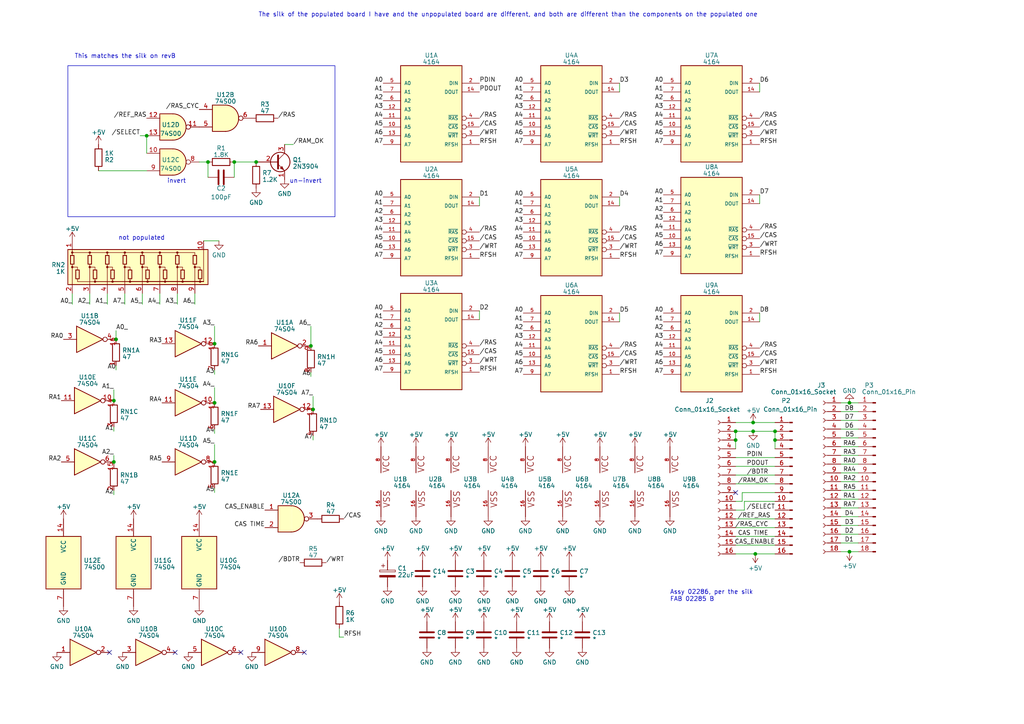
<source format=kicad_sch>
(kicad_sch (version 20230121) (generator eeschema)
  (paper "A4")
  (junction (at 224.79 125.095))
  (junction (at 33.655 98.425))
  (junction (at 62.23 116.84))
  (junction (at 90.805 118.745))
  (junction (at 62.23 99.695))
  (junction (at 74.295 46.99))
  (junction (at 42.545 39.37))
  (junction (at 33.02 133.985))
  (junction (at 218.44 125.095))
  (junction (at 213.36 127.635))
  (junction (at 62.23 133.985))
  (junction (at 219.075 160.655))
  (junction (at 60.325 46.99))
  (junction (at 213.36 125.095))
  (junction (at 246.38 116.84))
  (junction (at 246.38 160.02))
  (junction (at 67.945 46.99))
  (junction (at 90.17 100.33))
  (junction (at 218.44 122.555))
  (junction (at 33.02 116.205))
  (junction (at 224.79 127.635))
  (no_connect (at 31.75 189.23))
  (no_connect (at 213.36 142.875))
  (no_connect (at 69.85 189.23))
  (no_connect (at 88.265 189.23))
  (no_connect (at 50.8 189.23))
  (wire (pts (xy 215.9 147.955) (xy 215.9 145.415)))
  (wire (pts (xy 243.84 119.38) (xy 248.92 119.38)))
  (wire (pts (xy 62.23 94.615) (xy 62.23 99.695)))
  (wire (pts (xy 33.02 142.24) (xy 33.02 143.51)))
  (wire (pts (xy 218.44 122.555) (xy 224.79 122.555)))
  (wire (pts (xy 213.36 137.795) (xy 224.79 137.795)))
  (wire (pts (xy 179.705 24.13) (xy 179.705 26.67)))
  (wire (pts (xy 99.695 184.785) (xy 98.425 184.785)))
  (wire (pts (xy 28.575 49.53) (xy 42.545 49.53)))
  (wire (pts (xy 243.84 121.92) (xy 248.92 121.92)))
  (wire (pts (xy 243.84 147.32) (xy 248.92 147.32)))
  (wire (pts (xy 213.36 155.575) (xy 224.79 155.575)))
  (wire (pts (xy 213.36 125.095) (xy 218.44 125.095)))
  (wire (pts (xy 213.36 150.495) (xy 224.79 150.495)))
  (wire (pts (xy 90.805 114.935) (xy 90.805 118.745)))
  (wire (pts (xy 179.705 90.805) (xy 179.705 93.345)))
  (wire (pts (xy 59.055 69.85) (xy 63.5 69.85)))
  (wire (pts (xy 74.295 46.99) (xy 74.93 46.99)))
  (wire (pts (xy 243.84 144.78) (xy 248.92 144.78)))
  (wire (pts (xy 62.23 107.315) (xy 62.23 108.585)))
  (wire (pts (xy 246.38 160.02) (xy 248.92 160.02)))
  (wire (pts (xy 40.64 39.37) (xy 42.545 39.37)))
  (wire (pts (xy 41.275 88.265) (xy 41.275 85.09)))
  (wire (pts (xy 213.36 132.715) (xy 224.79 132.715)))
  (wire (pts (xy 56.515 88.265) (xy 56.515 85.09)))
  (wire (pts (xy 60.325 46.99) (xy 60.325 51.435)))
  (wire (pts (xy 213.36 140.335) (xy 224.79 140.335)))
  (wire (pts (xy 243.84 152.4) (xy 248.92 152.4)))
  (wire (pts (xy 82.55 41.91) (xy 85.09 41.91)))
  (wire (pts (xy 220.345 90.805) (xy 220.345 93.345)))
  (wire (pts (xy 246.38 116.84) (xy 248.92 116.84)))
  (wire (pts (xy 213.36 122.555) (xy 218.44 122.555)))
  (wire (pts (xy 33.02 133.985) (xy 33.02 134.62)))
  (wire (pts (xy 213.36 145.415) (xy 215.265 145.415)))
  (wire (pts (xy 243.84 157.48) (xy 248.92 157.48)))
  (wire (pts (xy 26.035 85.09) (xy 26.035 88.265)))
  (wire (pts (xy 139.065 90.17) (xy 139.065 92.71)))
  (wire (pts (xy 33.655 106.045) (xy 33.655 107.315)))
  (wire (pts (xy 60.325 46.99) (xy 57.785 46.99)))
  (wire (pts (xy 224.79 127.635) (xy 224.79 130.175)))
  (wire (pts (xy 67.945 46.99) (xy 67.945 51.435)))
  (wire (pts (xy 62.23 128.905) (xy 62.23 133.985)))
  (wire (pts (xy 243.84 134.62) (xy 248.92 134.62)))
  (wire (pts (xy 33.02 132.08) (xy 33.02 133.985)))
  (wire (pts (xy 213.36 125.095) (xy 213.36 127.635)))
  (wire (pts (xy 220.345 24.13) (xy 220.345 26.67)))
  (wire (pts (xy 213.36 147.955) (xy 215.9 147.955)))
  (wire (pts (xy 31.115 85.09) (xy 31.115 88.265)))
  (wire (pts (xy 42.545 39.37) (xy 42.545 44.45)))
  (wire (pts (xy 224.79 125.095) (xy 224.79 127.635)))
  (wire (pts (xy 62.23 124.46) (xy 62.23 125.73)))
  (wire (pts (xy 243.84 132.08) (xy 248.92 132.08)))
  (wire (pts (xy 243.84 160.02) (xy 246.38 160.02)))
  (wire (pts (xy 220.345 56.515) (xy 220.345 59.055)))
  (wire (pts (xy 46.355 88.265) (xy 46.355 85.09)))
  (wire (pts (xy 243.84 127) (xy 248.92 127)))
  (wire (pts (xy 215.9 145.415) (xy 224.79 145.415)))
  (wire (pts (xy 90.17 94.615) (xy 90.17 100.33)))
  (wire (pts (xy 243.84 154.94) (xy 248.92 154.94)))
  (wire (pts (xy 33.02 113.03) (xy 33.02 116.205)))
  (wire (pts (xy 36.195 88.265) (xy 36.195 85.09)))
  (wire (pts (xy 213.36 160.655) (xy 219.075 160.655)))
  (wire (pts (xy 215.265 142.875) (xy 224.79 142.875)))
  (wire (pts (xy 98.425 184.785) (xy 98.425 182.245)))
  (wire (pts (xy 243.84 137.16) (xy 248.92 137.16)))
  (wire (pts (xy 67.945 46.99) (xy 74.295 46.99)))
  (wire (pts (xy 213.36 135.255) (xy 224.79 135.255)))
  (wire (pts (xy 51.435 88.265) (xy 51.435 85.09)))
  (wire (pts (xy 218.44 125.095) (xy 224.79 125.095)))
  (wire (pts (xy 213.36 127.635) (xy 213.36 130.175)))
  (wire (pts (xy 243.84 142.24) (xy 248.92 142.24)))
  (wire (pts (xy 219.075 160.655) (xy 224.79 160.655)))
  (wire (pts (xy 139.065 57.15) (xy 139.065 59.69)))
  (wire (pts (xy 213.36 158.115) (xy 224.79 158.115)))
  (wire (pts (xy 243.84 139.7) (xy 248.92 139.7)))
  (wire (pts (xy 20.955 85.09) (xy 20.955 88.265)))
  (wire (pts (xy 243.84 124.46) (xy 248.92 124.46)))
  (wire (pts (xy 213.36 153.035) (xy 224.79 153.035)))
  (wire (pts (xy 243.84 129.54) (xy 248.92 129.54)))
  (wire (pts (xy 33.655 95.885) (xy 33.655 98.425)))
  (wire (pts (xy 243.84 149.86) (xy 248.92 149.86)))
  (wire (pts (xy 33.02 123.825) (xy 33.02 125.095)))
  (wire (pts (xy 215.265 145.415) (xy 215.265 142.875)))
  (wire (pts (xy 62.23 112.395) (xy 62.23 116.84)))
  (wire (pts (xy 90.17 107.95) (xy 90.17 109.22)))
  (wire (pts (xy 62.23 141.605) (xy 62.23 142.875)))
  (wire (pts (xy 179.705 57.15) (xy 179.705 59.69)))
  (wire (pts (xy 243.84 116.84) (xy 246.38 116.84)))
  (wire (pts (xy 90.805 126.365) (xy 90.805 127.635)))
  (rectangle (start 19.685 19.05) (end 97.155 62.865))
  (text "invert" (at 53.975 53.34 0) (effects (font (size 1.27 1.27)) (justify right bottom)))
  (text "Assy 02286, per the silk\nFAB 02285 B" (at 194.31 174.625 0) (effects (font (size 1.27 1.27)) (justify left bottom)))
  (text "This matches the silk on revB" (at 21.59 17.145 0) (effects (font (size 1.27 1.27)) (justify left bottom)))
  (text "not populated" (at 34.29 69.85 0) (effects (font (size 1.27 1.27)) (justify left bottom)))
  (text "un-invert" (at 93.345 53.34 0) (effects (font (size 1.27 1.27)) (justify right bottom)))
  (text "The silk of the populated board I have and the unpopulated board are different, and both are different than the components on the populated one\n" (at 74.93 5.08 0) (effects (font (size 1.27 1.27)) (justify left bottom)))
  (label "A5" (at 192.405 69.215 180))
  (label "D7" (at 247.65 121.92 180))
  (label "D1" (at 247.65 157.48 180))
  (label "A3" (at 151.765 64.77 180))
  (label "{slash}RAS_CYC" (at 222.885 153.035 180))
  (label "A6_" (at 90.17 94.615 180))
  (label "{slash}WRT" (at 179.705 72.39 0))
  (label "D4" (at 179.705 57.15 0))
  (label "A7" (at 151.765 74.93 180))
  (label "RA7" (at 248.285 147.32 180))
  (label "{slash}WRT" (at 139.065 105.41 0))
  (label "RA5" (at 46.99 133.985 180))
  (label "A1" (at 111.125 59.69 180))
  (label "RA6" (at 248.285 129.54 180))
  (label "{slash}RAS" (at 179.705 67.31 0))
  (label "A7_" (at 36.195 88.265 180))
  (label "A6" (at 151.765 106.045 180))
  (label "A6_" (at 56.515 88.265 180))
  (label "A2" (at 111.125 95.25 180))
  (label "PDIN" (at 139.065 24.13 0))
  (label "A4" (at 62.23 125.73 180))
  (label "{slash}WRT" (at 94.615 163.195 0))
  (label "{slash}CAS" (at 139.065 36.83 0))
  (label "A6" (at 151.765 39.37 180))
  (label "A6" (at 192.405 71.755 180))
  (label "A7" (at 151.765 108.585 180))
  (label "A0_" (at 33.655 95.885 0))
  (label "A4_" (at 62.23 112.395 180))
  (label "A6" (at 192.405 39.37 180))
  (label "A3" (at 62.23 108.585 180))
  (label "A1" (at 111.125 92.71 180))
  (label "CAS TIME" (at 222.885 155.575 180))
  (label "A0" (at 33.655 107.315 180))
  (label "A6" (at 90.17 109.22 180))
  (label "CAS_ENABLE" (at 76.835 147.955 180))
  (label "{slash}WRT" (at 220.345 71.755 0))
  (label "A4" (at 192.405 100.965 180))
  (label "RA3" (at 46.99 99.695 180))
  (label "A5" (at 151.765 103.505 180))
  (label "D8" (at 247.65 119.38 180))
  (label "RFSH" (at 139.065 41.91 0))
  (label "{slash}RAS" (at 139.065 34.29 0))
  (label "CAS_ENABLE" (at 224.79 158.115 180))
  (label "A6" (at 151.765 72.39 180))
  (label "RA0" (at 18.415 98.425 180))
  (label "A1" (at 192.405 59.055 180))
  (label "A3" (at 192.405 31.75 180))
  (label "A2" (at 111.125 29.21 180))
  (label "A4_" (at 46.355 88.265 180))
  (label "D6" (at 247.65 124.46 180))
  (label "A4" (at 151.765 100.965 180))
  (label "A4" (at 111.125 67.31 180))
  (label "{slash}WRT" (at 220.345 106.045 0))
  (label "A2_" (at 33.02 132.08 180))
  (label "{slash}WRT" (at 179.705 106.045 0))
  (label "D3" (at 247.65 152.4 180))
  (label "{slash}SELECT" (at 40.64 39.37 180))
  (label "RA2" (at 17.78 133.985 180))
  (label "A4" (at 192.405 34.29 180))
  (label "RFSH" (at 139.065 74.93 0))
  (label "RA1" (at 17.78 116.205 180))
  (label "{slash}REF_RAS" (at 223.52 150.495 180))
  (label "RFSH" (at 220.345 74.295 0))
  (label "{slash}WRT" (at 220.345 39.37 0))
  (label "{slash}RAS" (at 179.705 100.965 0))
  (label "{slash}RAS" (at 139.065 100.33 0))
  (label "A7" (at 192.405 108.585 180))
  (label "A1" (at 151.765 26.67 180))
  (label "RFSH" (at 179.705 74.93 0))
  (label "D5" (at 179.705 90.805 0))
  (label "A7_" (at 90.805 114.935 180))
  (label "RA1" (at 248.285 144.78 180))
  (label "A0" (at 151.765 57.15 180))
  (label "A3" (at 111.125 97.79 180))
  (label "D1" (at 139.065 57.15 0))
  (label "A5_" (at 41.275 88.265 180))
  (label "A0" (at 111.125 57.15 180))
  (label "A6" (at 111.125 39.37 180))
  (label "A1" (at 192.405 26.67 180))
  (label "A1" (at 33.02 125.095 180))
  (label "A4" (at 192.405 66.675 180))
  (label "{slash}WRT" (at 139.065 39.37 0))
  (label "{slash}RAS" (at 220.345 34.29 0))
  (label "A2" (at 151.765 62.23 180))
  (label "A6" (at 192.405 106.045 180))
  (label "CAS TIME" (at 76.835 153.035 180))
  (label "A3_" (at 51.435 88.265 180))
  (label "{slash}RAM_OK" (at 213.995 140.335 0))
  (label "A4" (at 111.125 100.33 180))
  (label "D2" (at 247.65 154.94 180))
  (label "RFSH" (at 179.705 41.91 0))
  (label "A5" (at 111.125 69.85 180))
  (label "{slash}CAS" (at 220.345 103.505 0))
  (label "{slash}CAS" (at 139.065 69.85 0))
  (label "A0" (at 111.125 24.13 180))
  (label "{slash}RAS" (at 179.705 34.29 0))
  (label "A5" (at 111.125 102.87 180))
  (label "A3_" (at 62.23 94.615 180))
  (label "RA4" (at 46.99 116.84 180))
  (label "A2" (at 111.125 62.23 180))
  (label "A2" (at 33.02 143.51 180))
  (label "{slash}BDTR" (at 86.995 163.195 180))
  (label "{slash}RAS_CYC" (at 57.785 31.75 180))
  (label "A1_" (at 33.02 113.03 180))
  (label "A2" (at 192.405 29.21 180))
  (label "A0" (at 151.765 90.805 180))
  (label "A4" (at 151.765 67.31 180))
  (label "{slash}WRT" (at 179.705 39.37 0))
  (label "{slash}SELECT" (at 224.79 147.955 180))
  (label "A5" (at 192.405 103.505 180))
  (label "RA5" (at 248.285 142.24 180))
  (label "A3" (at 151.765 98.425 180))
  (label "A3" (at 192.405 98.425 180))
  (label "A7" (at 111.125 107.95 180))
  (label "A2" (at 192.405 95.885 180))
  (label "A2" (at 192.405 61.595 180))
  (label "A6" (at 111.125 105.41 180))
  (label "{slash}REF_RAS" (at 42.545 34.29 180))
  (label "A3" (at 111.125 31.75 180))
  (label "{slash}CAS" (at 139.065 102.87 0))
  (label "A0" (at 151.765 24.13 180))
  (label "A1" (at 111.125 26.67 180))
  (label "{slash}RAS" (at 220.345 100.965 0))
  (label "{slash}RAS" (at 139.065 67.31 0))
  (label "A6" (at 111.125 72.39 180))
  (label "D4" (at 247.65 149.86 180))
  (label "RFSH" (at 99.695 184.785 0))
  (label "RA4" (at 248.285 137.16 180))
  (label "A2" (at 151.765 29.21 180))
  (label "A2" (at 151.765 95.885 180))
  (label "A1" (at 151.765 59.69 180))
  (label "{slash}RAM_OK" (at 85.09 41.91 0))
  (label "RA2" (at 248.285 139.7 180))
  (label "A1" (at 192.405 93.345 180))
  (label "{slash}CAS" (at 179.705 103.505 0))
  (label "A0" (at 192.405 90.805 180))
  (label "RFSH" (at 139.065 107.95 0))
  (label "{slash}CAS" (at 179.705 36.83 0))
  (label "RA6" (at 74.93 100.33 180))
  (label "{slash}CAS" (at 220.345 36.83 0))
  (label "A7" (at 111.125 41.91 180))
  (label "RA0" (at 248.285 134.62 180))
  (label "A5" (at 62.23 142.875 180))
  (label "A5" (at 151.765 69.85 180))
  (label "A3" (at 192.405 64.135 180))
  (label "A7" (at 192.405 74.295 180))
  (label "A0" (at 192.405 24.13 180))
  (label "A1" (at 151.765 93.345 180))
  (label "{slash}BDTR" (at 222.885 137.795 180))
  (label "RFSH" (at 220.345 41.91 0))
  (label "D2" (at 139.065 90.17 0))
  (label "A7" (at 151.765 41.91 180))
  (label "{slash}RAS" (at 80.645 34.29 0))
  (label "A2_" (at 26.035 88.265 180))
  (label "{slash}RAS" (at 220.345 66.675 0))
  (label "A3" (at 111.125 64.77 180))
  (label "A3" (at 151.765 31.75 180))
  (label "RFSH" (at 179.705 108.585 0))
  (label "D3" (at 179.705 24.13 0))
  (label "A5" (at 151.765 36.83 180))
  (label "A5" (at 111.125 36.83 180))
  (label "A4" (at 111.125 34.29 180))
  (label "A0_" (at 20.955 88.265 180))
  (label "A7" (at 90.805 127.635 180))
  (label "A5" (at 192.405 36.83 180))
  (label "A0" (at 111.125 90.17 180))
  (label "A0" (at 192.405 56.515 180))
  (label "RA7" (at 75.565 118.745 180))
  (label "D8" (at 220.345 90.805 0))
  (label "A7" (at 192.405 41.91 180))
  (label "{slash}CAS" (at 99.695 150.495 0))
  (label "PDOUT" (at 216.535 135.255 0))
  (label "{slash}CAS" (at 179.705 69.85 0))
  (label "D6" (at 220.345 24.13 0))
  (label "PDIN" (at 216.535 132.715 0))
  (label "RFSH" (at 220.345 108.585 0))
  (label "{slash}CAS" (at 220.345 69.215 0))
  (label "D5" (at 245.11 127 0))
  (label "RA3" (at 248.285 132.08 180))
  (label "A5_" (at 62.23 128.905 180))
  (label "D7" (at 220.345 56.515 0))
  (label "A1_" (at 31.115 88.265 180))
  (label "A7" (at 111.125 74.93 180))
  (label "A4" (at 151.765 34.29 180))
  (label "{slash}WRT" (at 139.065 72.39 0))
  (label "PDOUT" (at 139.065 26.67 0))
  (symbol (lib_id "Evan's parts:4164") (at 205.105 66.675 0) (unit 1)
    (property "Reference" "U8" (at 206.375 48.4251 0))
    (property "Value" "4164" (at 206.375 50.3461 0))
    (property "Footprint" "Package_DIP:DIP-16_W7.62mm" (effects hide))
  )
  (symbol (lib_id "Device:C") (at 156.845 166.37 0) (unit 1)
    (property "Reference" "C6" (at 159.766 165.7263 0) (effects (justify left)))
    (property "Value" "*" (at 159.766 167.6473 0) (effects (justify left)))
    (property "Footprint" "Evan's parts:northstar decoupling cap" (effects hide))
  )
  (symbol (lib_id "power:GND") (at 168.91 187.96 0) (unit 1)
    (property "Reference" "#PWR029" (effects hide))
    (property "Value" "GND" (at 168.91 192.0955 0))
  )
  (symbol (lib_id "power:GND") (at 130.81 149.86 0) (unit 1)
    (property "Reference" "#PWR055" (effects hide))
    (property "Value" "GND" (at 130.81 153.9955 0))
  )
  (symbol (lib_id "Connector:Conn_01x18_Socket") (at 238.76 137.16 0) (mirror y) (unit 1)
    (property "Reference" "J3" (at 239.395 111.76 0) (effects (justify left)))
    (property "Value" "Conn_01x16_Socket" (at 242.57 113.665 0) (effects (justify left)))
    (property "Footprint" "Connector_PinSocket_2.54mm:PinSocket_1x18_P2.54mm_Vertical" (effects hide))
  )
  (symbol (lib_id "Device:R") (at 74.295 50.8 180) (unit 1)
    (property "Reference" "R7" (at 76.073 50.1563 0) (effects (justify right)))
    (property "Value" "1.2K" (at 76.073 52.0773 0) (effects (justify right)))
    (property "Footprint" "Evan's parts:northstar resistor" (effects hide))
  )
  (symbol (lib_id "Evan's parts:4164") (at 163.195 139.7 0) (unit 2)
    (property "Reference" "U6" (at 166.7988 138.9716 0) (effects (justify left)))
    (property "Value" "4164" (at 166.7988 140.8926 0) (effects (justify left)))
    (property "Footprint" "Package_DIP:DIP-16_W7.62mm" (effects hide))
  )
  (symbol (lib_id "power:+5V") (at 120.65 129.54 0) (unit 1)
    (property "Reference" "#PWR045" (effects hide))
    (property "Value" "+5V" (at 120.65 126.0381 0))
  )
  (symbol (lib_id "Device:R") (at 95.885 150.495 90) (unit 1)
    (property "Reference" "R4" (at 95.885 146.4691 90))
    (property "Value" "47" (at 95.885 148.3901 90))
    (property "Footprint" "Evan's parts:northstar resistor" (effects hide))
  )
  (symbol (lib_id "power:GND") (at 148.59 170.18 0) (unit 1)
    (property "Reference" "#PWR013" (effects hide))
    (property "Value" "GND" (at 148.59 174.3155 0))
  )
  (symbol (lib_id "power:GND") (at 159.385 187.96 0) (unit 1)
    (property "Reference" "#PWR027" (effects hide))
    (property "Value" "GND" (at 159.385 192.0955 0))
  )
  (symbol (lib_id "74xx:74LS04") (at 43.18 189.23 0) (unit 2)
    (property "Reference" "U10" (at 43.18 182.4101 0))
    (property "Value" "74S04" (at 43.18 184.3311 0))
    (property "Footprint" "Package_DIP:DIP-14_W7.62mm" (effects hide))
    (property "Datasheet" "http://www.ti.com/lit/gpn/sn74LS04" (effects hide))
  )
  (symbol (lib_id "Evan's parts:4164") (at 141.605 139.7 0) (unit 2)
    (property "Reference" "U4" (at 145.2088 138.9716 0) (effects (justify left)))
    (property "Value" "4164" (at 145.2088 140.8926 0) (effects (justify left)))
    (property "Footprint" "Package_DIP:DIP-16_W7.62mm" (effects hide))
  )
  (symbol (lib_id "power:+5V") (at 152.4 129.54 0) (unit 1)
    (property "Reference" "#PWR048" (effects hide))
    (property "Value" "+5V" (at 152.4 126.0381 0))
  )
  (symbol (lib_id "power:GND") (at 152.4 149.86 0) (unit 1)
    (property "Reference" "#PWR057" (effects hide))
    (property "Value" "GND" (at 152.4 153.9955 0))
  )
  (symbol (lib_id "74xx:74LS04") (at 83.185 118.745 0) (unit 6)
    (property "Reference" "U10" (at 83.185 111.9251 0))
    (property "Value" "74S04" (at 83.185 113.8461 0))
    (property "Footprint" "Package_DIP:DIP-14_W7.62mm" (effects hide))
    (property "Datasheet" "http://www.ti.com/lit/gpn/sn74LS04" (effects hide))
  )
  (symbol (lib_id "Evan's parts:4164") (at 164.465 100.965 0) (unit 1)
    (property "Reference" "U6" (at 165.735 82.7151 0))
    (property "Value" "4164" (at 165.735 84.6361 0))
    (property "Footprint" "Package_DIP:DIP-16_W7.62mm" (effects hide))
  )
  (symbol (lib_id "power:+5V") (at 149.86 180.34 0) (unit 1)
    (property "Reference" "#PWR024" (effects hide))
    (property "Value" "+5V" (at 149.86 176.8381 0))
  )
  (symbol (lib_id "Evan's parts:4164") (at 164.465 34.29 0) (unit 1)
    (property "Reference" "U4" (at 165.735 16.0401 0))
    (property "Value" "4164" (at 165.735 17.9611 0))
    (property "Footprint" "Package_DIP:DIP-16_W7.62mm" (effects hide))
  )
  (symbol (lib_id "Device:R") (at 76.835 34.29 90) (unit 1)
    (property "Reference" "R3" (at 76.835 30.2641 90))
    (property "Value" "47" (at 76.835 32.1851 90))
    (property "Footprint" "Evan's parts:northstar resistor" (effects hide))
  )
  (symbol (lib_id "Device:R_Network_Dividers_x08_SIP") (at 41.275 77.47 0) (unit 1)
    (property "Reference" "RN2" (at 18.923 76.8263 0) (effects (justify right)))
    (property "Value" "1K" (at 18.923 78.7473 0) (effects (justify right)))
    (property "Footprint" "Resistor_THT:R_Array_SIP10" (effects hide))
    (property "Datasheet" "http://www.vishay.com/docs/31509/csc.pdf" (effects hide))
  )
  (symbol (lib_id "Device:R_Pack08_Split") (at 33.02 138.43 0) (unit 2)
    (property "Reference" "RN1" (at 34.798 137.7863 0) (effects (justify left)))
    (property "Value" "47" (at 34.798 139.7073 0) (effects (justify left)))
    (property "Footprint" "Package_DIP:DIP-16_W7.62mm" (effects hide))
  )
  (symbol (lib_id "power:+5V") (at 140.335 162.56 0) (unit 1)
    (property "Reference" "#PWR010" (effects hide))
    (property "Value" "+5V" (at 140.335 159.0581 0))
  )
  (symbol (lib_id "power:GND") (at 184.15 149.86 0) (unit 1)
    (property "Reference" "#PWR060" (effects hide))
    (property "Value" "GND" (at 184.15 153.9955 0))
  )
  (symbol (lib_id "power:GND") (at 156.845 170.18 0) (unit 1)
    (property "Reference" "#PWR015" (effects hide))
    (property "Value" "GND" (at 156.845 174.3155 0))
  )
  (symbol (lib_id "Device:C") (at 140.335 166.37 0) (unit 1)
    (property "Reference" "C4" (at 143.256 165.7263 0) (effects (justify left)))
    (property "Value" "*" (at 143.256 167.6473 0) (effects (justify left)))
    (property "Footprint" "Evan's parts:northstar decoupling cap" (effects hide))
  )
  (symbol (lib_id "Device:R_Pack08_Split") (at 33.02 120.015 0) (unit 3)
    (property "Reference" "RN1" (at 34.798 119.3713 0) (effects (justify left)))
    (property "Value" "47" (at 34.798 121.2923 0) (effects (justify left)))
    (property "Footprint" "Package_DIP:DIP-16_W7.62mm" (effects hide))
  )
  (symbol (lib_id "74xx:74LS04") (at 62.23 189.23 0) (unit 3)
    (property "Reference" "U10" (at 62.23 182.4101 0))
    (property "Value" "74S04" (at 62.23 184.3311 0))
    (property "Footprint" "Package_DIP:DIP-14_W7.62mm" (effects hide))
    (property "Datasheet" "http://www.ti.com/lit/gpn/sn74LS04" (effects hide))
  )
  (symbol (lib_id "power:GND") (at 57.785 175.895 0) (unit 1)
    (property "Reference" "#PWR035" (effects hide))
    (property "Value" "GND" (at 57.785 180.0305 0))
  )
  (symbol (lib_id "Evan's parts:4164") (at 205.105 34.29 0) (unit 1)
    (property "Reference" "U7" (at 206.375 16.0401 0))
    (property "Value" "4164" (at 206.375 17.9611 0))
    (property "Footprint" "Package_DIP:DIP-16_W7.62mm" (effects hide))
  )
  (symbol (lib_id "74xx:74LS00") (at 18.415 163.195 0) (unit 5)
    (property "Reference" "U12" (at 24.257 162.5513 0) (effects (justify left)))
    (property "Value" "74S00" (at 24.257 164.4723 0) (effects (justify left)))
    (property "Footprint" "Package_DIP:DIP-14_W7.62mm" (effects hide))
    (property "Datasheet" "http://www.ti.com/lit/gpn/sn74ls00" (effects hide))
  )
  (symbol (lib_id "Evan's parts:4164") (at 123.825 67.31 0) (unit 1)
    (property "Reference" "U2" (at 125.095 49.0601 0))
    (property "Value" "4164" (at 125.095 50.9811 0))
    (property "Footprint" "Package_DIP:DIP-16_W7.62mm" (effects hide))
  )
  (symbol (lib_id "power:GND") (at 173.99 149.86 0) (unit 1)
    (property "Reference" "#PWR059" (effects hide))
    (property "Value" "GND" (at 173.99 153.9955 0))
  )
  (symbol (lib_id "74xx:74LS00") (at 50.165 46.99 0) (mirror x) (unit 3)
    (property "Reference" "U12" (at 49.53 46.355 0))
    (property "Value" "74S00" (at 49.53 48.895 0))
    (property "Footprint" "Package_DIP:DIP-14_W7.62mm" (effects hide))
    (property "Datasheet" "http://www.ti.com/lit/gpn/sn74ls00" (effects hide))
  )
  (symbol (lib_id "Device:C") (at 148.59 166.37 0) (unit 1)
    (property "Reference" "C5" (at 151.511 165.7263 0) (effects (justify left)))
    (property "Value" "*" (at 151.511 167.6473 0) (effects (justify left)))
    (property "Footprint" "Evan's parts:northstar decoupling cap" (effects hide))
  )
  (symbol (lib_id "Connector:Conn_01x16_Socket") (at 208.28 140.335 0) (mirror y) (unit 1)
    (property "Reference" "J2" (at 207.01 116.205 0) (effects (justify left)))
    (property "Value" "Conn_01x16_Socket" (at 214.63 118.745 0) (effects (justify left)))
    (property "Footprint" "Connector_PinSocket_2.54mm:PinSocket_1x16_P2.54mm_Vertical" (effects hide))
  )
  (symbol (lib_id "Device:C") (at 132.08 184.15 0) (unit 1)
    (property "Reference" "C9" (at 135.001 183.5063 0) (effects (justify left)))
    (property "Value" "*" (at 135.001 185.4273 0) (effects (justify left)))
    (property "Footprint" "Evan's parts:northstar decoupling cap" (effects hide))
  )
  (symbol (lib_id "power:+5V") (at 246.38 160.02 180) (unit 1)
    (property "Reference" "#PWR02" (effects hide))
    (property "Value" "+5V" (at 246.38 164.1555 0))
  )
  (symbol (lib_id "power:+5V") (at 148.59 162.56 0) (unit 1)
    (property "Reference" "#PWR012" (effects hide))
    (property "Value" "+5V" (at 148.59 159.0581 0))
  )
  (symbol (lib_id "power:GND") (at 141.605 149.86 0) (unit 1)
    (property "Reference" "#PWR056" (effects hide))
    (property "Value" "GND" (at 141.605 153.9955 0))
  )
  (symbol (lib_id "Device:C") (at 168.91 184.15 0) (unit 1)
    (property "Reference" "C13" (at 171.831 183.5063 0) (effects (justify left)))
    (property "Value" "*" (at 171.831 185.4273 0) (effects (justify left)))
    (property "Footprint" "Evan's parts:northstar decoupling cap" (effects hide))
  )
  (symbol (lib_id "74xx:74LS04") (at 57.785 163.195 0) (unit 7)
    (property "Reference" "U10" (at 63.627 162.5513 0) (effects (justify left)))
    (property "Value" "74S04" (at 63.627 164.4723 0) (effects (justify left)))
    (property "Footprint" "Package_DIP:DIP-14_W7.62mm" (effects hide))
    (property "Datasheet" "http://www.ti.com/lit/gpn/sn74LS04" (effects hide))
  )
  (symbol (lib_id "74xx:74LS04") (at 80.645 189.23 0) (unit 4)
    (property "Reference" "U10" (at 80.645 182.4101 0))
    (property "Value" "74S04" (at 80.645 184.3311 0))
    (property "Footprint" "Package_DIP:DIP-14_W7.62mm" (effects hide))
    (property "Datasheet" "http://www.ti.com/lit/gpn/sn74LS04" (effects hide))
  )
  (symbol (lib_id "74xx:74LS04") (at 54.61 133.985 0) (unit 4)
    (property "Reference" "U11" (at 54.61 127.1651 0))
    (property "Value" "74S04" (at 54.61 129.0861 0))
    (property "Footprint" "Package_DIP:DIP-14_W7.62mm" (effects hide))
    (property "Datasheet" "http://www.ti.com/lit/gpn/sn74LS04" (effects hide))
  )
  (symbol (lib_id "power:GND") (at 132.08 187.96 0) (unit 1)
    (property "Reference" "#PWR021" (effects hide))
    (property "Value" "GND" (at 132.08 192.0955 0))
  )
  (symbol (lib_id "power:GND") (at 163.195 149.86 0) (unit 1)
    (property "Reference" "#PWR058" (effects hide))
    (property "Value" "GND" (at 163.195 153.9955 0))
  )
  (symbol (lib_id "Device:C") (at 140.335 184.15 0) (unit 1)
    (property "Reference" "C10" (at 143.256 183.5063 0) (effects (justify left)))
    (property "Value" "*" (at 143.256 185.4273 0) (effects (justify left)))
    (property "Footprint" "Evan's parts:northstar decoupling cap" (effects hide))
  )
  (symbol (lib_id "Device:C") (at 165.1 166.37 0) (unit 1)
    (property "Reference" "C7" (at 168.021 165.7263 0) (effects (justify left)))
    (property "Value" "*" (at 168.021 167.6473 0) (effects (justify left)))
    (property "Footprint" "Evan's parts:northstar decoupling cap" (effects hide))
  )
  (symbol (lib_id "power:+5V") (at 132.08 180.34 0) (unit 1)
    (property "Reference" "#PWR020" (effects hide))
    (property "Value" "+5V" (at 132.08 176.8381 0))
  )
  (symbol (lib_id "power:+5V") (at 57.785 150.495 0) (unit 1)
    (property "Reference" "#PWR034" (effects hide))
    (property "Value" "+5V" (at 57.785 146.9931 0))
  )
  (symbol (lib_id "power:+5V") (at 219.075 160.655 180) (unit 1)
    (property "Reference" "#PWR03" (effects hide))
    (property "Value" "+5V" (at 219.075 164.7905 0))
  )
  (symbol (lib_id "power:+5V") (at 20.955 69.85 0) (unit 1)
    (property "Reference" "#PWR032" (effects hide))
    (property "Value" "+5V" (at 20.955 66.3481 0))
  )
  (symbol (lib_id "74xx:74LS04") (at 82.55 100.33 0) (unit 1)
    (property "Reference" "U11" (at 82.55 93.5101 0))
    (property "Value" "74S04" (at 82.55 95.4311 0))
    (property "Footprint" "Package_DIP:DIP-14_W7.62mm" (effects hide))
    (property "Datasheet" "http://www.ti.com/lit/gpn/sn74LS04" (effects hide))
  )
  (symbol (lib_id "Device:C") (at 149.86 184.15 0) (unit 1)
    (property "Reference" "C11" (at 152.781 183.5063 0) (effects (justify left)))
    (property "Value" "*" (at 152.781 185.4273 0) (effects (justify left)))
    (property "Footprint" "Evan's parts:northstar decoupling cap" (effects hide))
  )
  (symbol (lib_id "power:+5V") (at 110.49 129.54 0) (unit 1)
    (property "Reference" "#PWR044" (effects hide))
    (property "Value" "+5V" (at 110.49 126.0381 0))
  )
  (symbol (lib_id "Device:C") (at 64.135 51.435 270) (mirror x) (unit 1)
    (property "Reference" "C2" (at 64.135 54.61 90))
    (property "Value" "100pF" (at 64.135 57.15 90))
    (property "Footprint" "Evan's parts:northstar decoupling cap" (effects hide))
  )
  (symbol (lib_id "74xx:74LS04") (at 26.035 98.425 0) (unit 2)
    (property "Reference" "U11" (at 26.035 91.6051 0))
    (property "Value" "74S04" (at 26.035 93.5261 0))
    (property "Footprint" "Package_DIP:DIP-14_W7.62mm" (effects hide))
    (property "Datasheet" "http://www.ti.com/lit/gpn/sn74LS04" (effects hide))
  )
  (symbol (lib_id "74xx:74LS00") (at 50.165 36.83 0) (unit 4)
    (property "Reference" "U12" (at 49.53 36.195 0))
    (property "Value" "74S00" (at 49.53 38.735 0))
    (property "Footprint" "Package_DIP:DIP-14_W7.62mm" (effects hide))
    (property "Datasheet" "http://www.ti.com/lit/gpn/sn74ls00" (effects hide))
  )
  (symbol (lib_id "power:GND") (at 165.1 170.18 0) (unit 1)
    (property "Reference" "#PWR017" (effects hide))
    (property "Value" "GND" (at 165.1 174.3155 0))
  )
  (symbol (lib_id "power:GND") (at 74.295 54.61 0) (unit 1)
    (property "Reference" "#PWR065" (effects hide))
    (property "Value" "GND" (at 74.295 58.7455 0))
  )
  (symbol (lib_id "power:+5V") (at 218.44 122.555 0) (unit 1)
    (property "Reference" "#PWR04" (effects hide))
    (property "Value" "+5V" (at 218.44 119.0531 0))
  )
  (symbol (lib_id "power:GND") (at 140.335 170.18 0) (unit 1)
    (property "Reference" "#PWR011" (effects hide))
    (property "Value" "GND" (at 140.335 174.3155 0))
  )
  (symbol (lib_id "Evan's parts:4164") (at 130.81 139.7 0) (unit 2)
    (property "Reference" "U3" (at 134.4138 138.9716 0) (effects (justify left)))
    (property "Value" "4164" (at 134.4138 140.8926 0) (effects (justify left)))
    (property "Footprint" "Package_DIP:DIP-16_W7.62mm" (effects hide))
  )
  (symbol (lib_id "Evan's parts:4164") (at 184.15 139.7 0) (unit 2)
    (property "Reference" "U8" (at 187.7538 138.9716 0) (effects (justify left)))
    (property "Value" "4164" (at 187.7538 140.8926 0) (effects (justify left)))
    (property "Footprint" "Package_DIP:DIP-16_W7.62mm" (effects hide))
  )
  (symbol (lib_id "power:GND") (at 246.38 116.84 180) (unit 1)
    (property "Reference" "#PWR01" (effects hide))
    (property "Value" "GND" (at 246.38 113.3381 0))
  )
  (symbol (lib_id "Evan's parts:4164") (at 194.31 139.7 0) (unit 2)
    (property "Reference" "U9" (at 197.9138 138.9716 0) (effects (justify left)))
    (property "Value" "4164" (at 197.9138 140.8926 0) (effects (justify left)))
    (property "Footprint" "Package_DIP:DIP-16_W7.62mm" (effects hide))
  )
  (symbol (lib_id "Device:R_Pack08_Split") (at 90.17 104.14 0) (unit 8)
    (property "Reference" "RN1" (at 91.948 103.4963 0) (effects (justify left)))
    (property "Value" "47" (at 91.948 105.4173 0) (effects (justify left)))
    (property "Footprint" "Package_DIP:DIP-16_W7.62mm" (effects hide))
  )
  (symbol (lib_id "power:+5V") (at 140.335 180.34 0) (unit 1)
    (property "Reference" "#PWR022" (effects hide))
    (property "Value" "+5V" (at 140.335 176.8381 0))
  )
  (symbol (lib_id "power:GND") (at 112.395 170.18 0) (unit 1)
    (property "Reference" "#PWR031" (effects hide))
    (property "Value" "GND" (at 112.395 174.3155 0))
  )
  (symbol (lib_id "74xx:74LS00") (at 84.455 150.495 0) (unit 1)
    (property "Reference" "U12" (at 84.4467 143.6751 0))
    (property "Value" "74S00" (at 84.4467 145.5961 0))
    (property "Footprint" "Package_DIP:DIP-14_W7.62mm" (effects hide))
    (property "Datasheet" "http://www.ti.com/lit/gpn/sn74ls00" (effects hide))
  )
  (symbol (lib_id "power:GND") (at 120.65 149.86 0) (unit 1)
    (property "Reference" "#PWR054" (effects hide))
    (property "Value" "GND" (at 120.65 153.9955 0))
  )
  (symbol (lib_id "Device:R_Pack08_Split") (at 62.23 120.65 0) (unit 6)
    (property "Reference" "RN1" (at 64.008 120.0063 0) (effects (justify left)))
    (property "Value" "47" (at 64.008 121.9273 0) (effects (justify left)))
    (property "Footprint" "Package_DIP:DIP-16_W7.62mm" (effects hide))
  )
  (symbol (lib_id "Device:R_Pack08_Split") (at 62.23 137.795 0) (unit 5)
    (property "Reference" "RN1" (at 64.008 137.1513 0) (effects (justify left)))
    (property "Value" "47" (at 64.008 139.0723 0) (effects (justify left)))
    (property "Footprint" "Package_DIP:DIP-16_W7.62mm" (effects hide))
  )
  (symbol (lib_id "74xx:74LS04") (at 24.13 189.23 0) (unit 1)
    (property "Reference" "U10" (at 24.13 182.4101 0))
    (property "Value" "74S04" (at 24.13 184.3311 0))
    (property "Footprint" "Package_DIP:DIP-14_W7.62mm" (effects hide))
    (property "Datasheet" "http://www.ti.com/lit/gpn/sn74LS04" (effects hide))
  )
  (symbol (lib_id "power:GND") (at 18.415 175.895 0) (unit 1)
    (property "Reference" "#PWR039" (effects hide))
    (property "Value" "GND" (at 18.415 180.0305 0))
  )
  (symbol (lib_id "power:+5V") (at 156.845 162.56 0) (unit 1)
    (property "Reference" "#PWR014" (effects hide))
    (property "Value" "+5V" (at 156.845 159.0581 0))
  )
  (symbol (lib_id "Connector:Conn_01x18_Pin") (at 254 137.16 0) (mirror y) (unit 1)
    (property "Reference" "P3" (at 252.095 111.76 0))
    (property "Value" "Conn_01x16_Pin" (at 257.81 113.665 0))
    (property "Footprint" "Connector_PinHeader_2.54mm:PinHeader_1x18_P2.54mm_Vertical" (effects hide))
  )
  (symbol (lib_id "power:+5V") (at 141.605 129.54 0) (unit 1)
    (property "Reference" "#PWR047" (effects hide))
    (property "Value" "+5V" (at 141.605 126.0381 0))
  )
  (symbol (lib_id "Evan's parts:4164") (at 120.65 139.7 0) (unit 2)
    (property "Reference" "U2" (at 124.2538 138.9716 0) (effects (justify left)))
    (property "Value" "4164" (at 124.2538 140.8926 0) (effects (justify left)))
    (property "Footprint" "Package_DIP:DIP-16_W7.62mm" (effects hide))
  )
  (symbol (lib_id "Device:R_Pack08_Split") (at 33.655 102.235 0) (unit 1)
    (property "Reference" "RN1" (at 35.433 101.5913 0) (effects (justify left)))
    (property "Value" "47" (at 35.433 103.5123 0) (effects (justify left)))
    (property "Footprint" "Package_DIP:DIP-16_W7.62mm" (effects hide))
  )
  (symbol (lib_id "Device:R") (at 98.425 178.435 0) (unit 1)
    (property "Reference" "R6" (at 100.203 177.7913 0) (effects (justify left)))
    (property "Value" "1K" (at 100.203 179.7123 0) (effects (justify left)))
    (property "Footprint" "Evan's parts:northstar resistor" (effects hide))
  )
  (symbol (lib_id "power:+5V") (at 194.31 129.54 0) (unit 1)
    (property "Reference" "#PWR052" (effects hide))
    (property "Value" "+5V" (at 194.31 126.0381 0))
  )
  (symbol (lib_id "Device:C") (at 159.385 184.15 0) (unit 1)
    (property "Reference" "C12" (at 162.306 183.5063 0) (effects (justify left)))
    (property "Value" "*" (at 162.306 185.4273 0) (effects (justify left)))
    (property "Footprint" "Evan's parts:northstar decoupling cap" (effects hide))
  )
  (symbol (lib_id "power:GND") (at 35.56 189.23 0) (unit 1)
    (property "Reference" "#PWR041" (effects hide))
    (property "Value" "GND" (at 35.56 193.3655 0))
  )
  (symbol (lib_id "power:+5V") (at 28.575 41.91 0) (unit 1)
    (property "Reference" "#PWR063" (effects hide))
    (property "Value" "+5V" (at 28.575 38.4081 0))
  )
  (symbol (lib_id "Device:C") (at 132.08 166.37 0) (unit 1)
    (property "Reference" "C3" (at 135.001 165.7263 0) (effects (justify left)))
    (property "Value" "*" (at 135.001 167.6473 0) (effects (justify left)))
    (property "Footprint" "Evan's parts:northstar decoupling cap" (effects hide))
  )
  (symbol (lib_id "power:+5V") (at 168.91 180.34 0) (unit 1)
    (property "Reference" "#PWR028" (effects hide))
    (property "Value" "+5V" (at 168.91 176.8381 0))
  )
  (symbol (lib_id "Device:C") (at 122.555 166.37 0) (unit 1)
    (property "Reference" "C14" (at 125.476 165.7263 0) (effects (justify left)))
    (property "Value" "*" (at 125.476 167.6473 0) (effects (justify left)))
    (property "Footprint" "Evan's parts:northstar decoupling cap" (effects hide))
  )
  (symbol (lib_id "Evan's parts:4164") (at 205.105 100.965 0) (unit 1)
    (property "Reference" "U9" (at 206.375 82.7151 0))
    (property "Value" "4164" (at 206.375 84.6361 0))
    (property "Footprint" "Package_DIP:DIP-16_W7.62mm" (effects hide))
  )
  (symbol (lib_id "power:+5V") (at 122.555 162.56 0) (unit 1)
    (property "Reference" "#PWR07" (effects hide))
    (property "Value" "+5V" (at 122.555 159.0581 0))
  )
  (symbol (lib_id "power:+5V") (at 159.385 180.34 0) (unit 1)
    (property "Reference" "#PWR026" (effects hide))
    (property "Value" "+5V" (at 159.385 176.8381 0))
  )
  (symbol (lib_id "Evan's parts:4164") (at 110.49 139.7 0) (unit 2)
    (property "Reference" "U1" (at 114.0938 138.9716 0) (effects (justify left)))
    (property "Value" "4164" (at 114.0938 140.8926 0) (effects (justify left)))
    (property "Footprint" "Package_DIP:DIP-16_W7.62mm" (effects hide))
  )
  (symbol (lib_id "74xx:74LS04") (at 54.61 99.695 0) (unit 6)
    (property "Reference" "U11" (at 54.61 92.8751 0))
    (property "Value" "74S04" (at 54.61 94.7961 0))
    (property "Footprint" "Package_DIP:DIP-14_W7.62mm" (effects hide))
    (property "Datasheet" "http://www.ti.com/lit/gpn/sn74LS04" (effects hide))
  )
  (symbol (lib_id "Transistor_BJT:2N3904") (at 80.01 46.99 0) (unit 1)
    (property "Reference" "Q1" (at 84.8614 46.3463 0) (effects (justify left)))
    (property "Value" "2N3904" (at 84.8614 48.2673 0) (effects (justify left)))
    (property "Footprint" "Evan's parts:TO-92_northstar_Wide" (effects hide))
    (property "Datasheet" "https://www.onsemi.com/pub/Collateral/2N3903-D.PDF" (effects hide))
  )
  (symbol (lib_id "74xx:74LS04") (at 38.735 163.195 0) (unit 7)
    (property "Reference" "U11" (at 44.577 162.5513 0) (effects (justify left)))
    (property "Value" "74S04" (at 44.577 164.4723 0) (effects (justify left)))
    (property "Footprint" "Package_DIP:DIP-14_W7.62mm" (effects hide))
    (property "Datasheet" "http://www.ti.com/lit/gpn/sn74LS04" (effects hide))
  )
  (symbol (lib_id "74xx:74LS04") (at 54.61 116.84 0) (unit 5)
    (property "Reference" "U11" (at 54.61 110.0201 0))
    (property "Value" "74S04" (at 54.61 111.9411 0))
    (property "Footprint" "Package_DIP:DIP-14_W7.62mm" (effects hide))
    (property "Datasheet" "http://www.ti.com/lit/gpn/sn74LS04" (effects hide))
  )
  (symbol (lib_id "power:GND") (at 73.025 189.23 0) (unit 1)
    (property "Reference" "#PWR043" (effects hide))
    (property "Value" "GND" (at 73.025 193.3655 0))
  )
  (symbol (lib_id "74xx:74LS00") (at 65.405 34.29 0) (unit 2)
    (property "Reference" "U12" (at 65.3967 27.4701 0))
    (property "Value" "74S00" (at 65.3967 29.3911 0))
    (property "Footprint" "Package_DIP:DIP-14_W7.62mm" (effects hide))
    (property "Datasheet" "http://www.ti.com/lit/gpn/sn74ls00" (effects hide))
  )
  (symbol (lib_id "Evan's parts:4164") (at 152.4 139.7 0) (unit 2)
    (property "Reference" "U5" (at 156.0038 138.9716 0) (effects (justify left)))
    (property "Value" "4164" (at 156.0038 140.8926 0) (effects (justify left)))
    (property "Footprint" "Package_DIP:DIP-16_W7.62mm" (effects hide))
  )
  (symbol (lib_id "power:+5V") (at 132.08 162.56 0) (unit 1)
    (property "Reference" "#PWR08" (effects hide))
    (property "Value" "+5V" (at 132.08 159.0581 0))
  )
  (symbol (lib_id "Device:C") (at 123.825 184.15 0) (unit 1)
    (property "Reference" "C8" (at 126.746 183.5063 0) (effects (justify left)))
    (property "Value" "*" (at 126.746 185.4273 0) (effects (justify left)))
    (property "Footprint" "Evan's parts:northstar decoupling cap" (effects hide))
  )
  (symbol (lib_id "power:+5V") (at 184.15 129.54 0) (unit 1)
    (property "Reference" "#PWR051" (effects hide))
    (property "Value" "+5V" (at 184.15 126.0381 0))
  )
  (symbol (lib_id "Device:R") (at 64.135 46.99 270) (mirror x) (unit 1)
    (property "Reference" "R1" (at 64.135 42.9641 90))
    (property "Value" "1.8K" (at 64.135 44.8851 90))
    (property "Footprint" "Evan's parts:northstar resistor" (effects hide))
  )
  (symbol (lib_id "power:+5V") (at 130.81 129.54 0) (unit 1)
    (property "Reference" "#PWR046" (effects hide))
    (property "Value" "+5V" (at 130.81 126.0381 0))
  )
  (symbol (lib_id "power:+5V") (at 112.395 162.56 0) (unit 1)
    (property "Reference" "#PWR030" (effects hide))
    (property "Value" "+5V" (at 112.395 159.0581 0))
  )
  (symbol (lib_id "power:+5V") (at 38.735 150.495 0) (unit 1)
    (property "Reference" "#PWR036" (effects hide))
    (property "Value" "+5V" (at 38.735 146.9931 0))
  )
  (symbol (lib_id "power:GND") (at 110.49 149.86 0) (unit 1)
    (property "Reference" "#PWR053" (effects hide))
    (property "Value" "GND" (at 110.49 153.9955 0))
  )
  (symbol (lib_id "power:GND") (at 38.735 175.895 0) (unit 1)
    (property "Reference" "#PWR037" (effects hide))
    (property "Value" "GND" (at 38.735 180.0305 0))
  )
  (symbol (lib_id "power:GND") (at 16.51 189.23 0) (unit 1)
    (property "Reference" "#PWR040" (effects hide))
    (property "Value" "GND" (at 16.51 193.3655 0))
  )
  (symbol (lib_id "power:+5V") (at 18.415 150.495 0) (unit 1)
    (property "Reference" "#PWR038" (effects hide))
    (property "Value" "+5V" (at 18.415 146.9931 0))
  )
  (symbol (lib_id "Device:R") (at 28.575 45.72 0) (mirror x) (unit 1)
    (property "Reference" "R2" (at 30.353 46.3637 0) (effects (justify left)))
    (property "Value" "1K" (at 30.353 44.4427 0) (effects (justify left)))
    (property "Footprint" "Evan's parts:northstar resistor" (effects hide))
  )
  (symbol (lib_id "Evan's parts:4164") (at 173.99 139.7 0) (unit 2)
    (property "Reference" "U7" (at 177.5938 138.9716 0) (effects (justify left)))
    (property "Value" "4164" (at 177.5938 140.8926 0) (effects (justify left)))
    (property "Footprint" "Package_DIP:DIP-16_W7.62mm" (effects hide))
  )
  (symbol (lib_id "power:+5V") (at 123.825 180.34 0) (unit 1)
    (property "Reference" "#PWR018" (effects hide))
    (property "Value" "+5V" (at 123.825 176.8381 0))
  )
  (symbol (lib_id "Device:C_Polarized") (at 112.395 166.37 0) (unit 1)
    (property "Reference" "C1" (at 115.316 164.8373 0) (effects (justify left)))
    (property "Value" "22uF" (at 115.316 166.7583 0) (effects (justify left)))
    (property "Footprint" "Evan's parts:noethstar tantalum" (effects hide))
  )
  (symbol (lib_id "Device:R") (at 90.805 163.195 90) (unit 1)
    (property "Reference" "R5" (at 90.805 159.1691 90))
    (property "Value" "47" (at 90.805 161.0901 90))
    (property "Footprint" "Evan's parts:northstar resistor" (effects hide))
  )
  (symbol (lib_id "power:GND") (at 140.335 187.96 0) (unit 1)
    (property "Reference" "#PWR023" (effects hide))
    (property "Value" "GND" (at 140.335 192.0955 0))
  )
  (symbol (lib_id "74xx:74LS04") (at 25.4 116.205 0) (unit 5)
    (property "Reference" "U10" (at 25.4 109.3851 0))
    (property "Value" "74S04" (at 25.4 111.3061 0))
    (property "Footprint" "Package_DIP:DIP-14_W7.62mm" (effects hide))
    (property "Datasheet" "http://www.ti.com/lit/gpn/sn74LS04" (effects hide))
  )
  (symbol (lib_id "power:GND") (at 63.5 69.85 0) (unit 1)
    (property "Reference" "#PWR033" (effects hide))
    (property "Value" "GND" (at 63.5 73.9855 0))
  )
  (symbol (lib_id "power:GND") (at 122.555 170.18 0) (unit 1)
    (property "Reference" "#PWR06" (effects hide))
    (property "Value" "GND" (at 122.555 174.3155 0))
  )
  (symbol (lib_id "power:GND") (at 218.44 125.095 0) (unit 1)
    (property "Reference" "#PWR05" (effects hide))
    (property "Value" "GND" (at 218.44 129.2305 0))
  )
  (symbol (lib_id "Connector:Conn_01x16_Pin") (at 229.87 140.335 0) (mirror y) (unit 1)
    (property "Reference" "P2" (at 227.965 116.205 0))
    (property "Value" "Conn_01x16_Pin" (at 229.235 118.745 0))
    (property "Footprint" "Connector_PinHeader_2.54mm:PinHeader_1x16_P2.54mm_Vertical" (effects hide))
  )
  (symbol (lib_id "power:GND") (at 149.86 187.96 0) (unit 1)
    (property "Reference" "#PWR025" (effects hide))
    (property "Value" "GND" (at 149.86 192.0955 0))
  )
  (symbol (lib_id "power:GND") (at 132.08 170.18 0) (unit 1)
    (property "Reference" "#PWR09" (effects hide))
    (property "Value" "GND" (at 132.08 174.3155 0))
  )
  (symbol (lib_id "power:+5V") (at 165.1 162.56 0) (unit 1)
    (property "Reference" "#PWR016" (effects hide))
    (property "Value" "+5V" (at 165.1 159.0581 0))
  )
  (symbol (lib_id "Device:R_Pack08_Split") (at 62.23 103.505 0) (unit 7)
    (property "Reference" "RN1" (at 64.008 102.8613 0) (effects (justify left)))
    (property "Value" "47" (at 64.008 104.7823 0) (effects (justify left)))
    (property "Footprint" "Package_DIP:DIP-16_W7.62mm" (effects hide))
  )
  (symbol (lib_id "power:GND") (at 194.31 149.86 0) (unit 1)
    (property "Reference" "#PWR061" (effects hide))
    (property "Value" "GND" (at 194.31 153.9955 0))
  )
  (symbol (lib_id "power:+5V") (at 163.195 129.54 0) (unit 1)
    (property "Reference" "#PWR049" (effects hide))
    (property "Value" "+5V" (at 163.195 126.0381 0))
  )
  (symbol (lib_id "74xx:74LS04") (at 25.4 133.985 0) (unit 3)
    (property "Reference" "U11" (at 25.4 127.1651 0))
    (property "Value" "74S04" (at 25.4 129.0861 0))
    (property "Footprint" "Package_DIP:DIP-14_W7.62mm" (effects hide))
    (property "Datasheet" "http://www.ti.com/lit/gpn/sn74LS04" (effects hide))
  )
  (symbol (lib_id "Device:R_Pack08_Split") (at 90.805 122.555 0) (unit 4)
    (property "Reference" "RN1" (at 92.583 121.9113 0) (effects (justify left)))
    (property "Value" "47" (at 92.583 123.8323 0) (effects (justify left)))
    (property "Footprint" "Package_DIP:DIP-16_W7.62mm" (effects hide))
  )
  (symbol (lib_id "power:GND") (at 123.825 187.96 0) (unit 1)
    (property "Reference" "#PWR019" (effects hide))
    (property "Value" "GND" (at 123.825 192.0955 0))
  )
  (symbol (lib_id "Evan's parts:4164") (at 123.825 100.33 0) (unit 1)
    (property "Reference" "U3" (at 125.095 82.0801 0))
    (property "Value" "4164" (at 125.095 84.0011 0))
    (property "Footprint" "Package_DIP:DIP-16_W7.62mm" (effects hide))
  )
  (symbol (lib_id "power:+5V") (at 98.425 174.625 0) (unit 1)
    (property "Reference" "#PWR062" (effects hide))
    (property "Value" "+5V" (at 98.425 171.1231 0))
  )
  (symbol (lib_id "Evan's parts:4164") (at 164.465 67.31 0) (unit 1)
    (property "Reference" "U5" (at 165.735 49.0601 0))
    (property "Value" "4164" (at 165.735 50.9811 0))
    (property "Footprint" "Package_DIP:DIP-16_W7.62mm" (effects hide))
  )
  (symbol (lib_id "power:GND") (at 54.61 189.23 0) (unit 1)
    (property "Reference" "#PWR042" (effects hide))
    (property "Value" "GND" (at 54.61 193.3655 0))
  )
  (symbol (lib_id "power:GND") (at 82.55 52.07 0) (unit 1)
    (property "Reference" "#PWR064" (effects hide))
    (property "Value" "GND" (at 82.55 56.2055 0))
  )
  (symbol (lib_id "Evan's parts:4164") (at 123.825 34.29 0) (unit 1)
    (property "Reference" "U1" (at 125.095 16.0401 0))
    (property "Value" "4164" (at 125.095 17.9611 0))
    (property "Footprint" "Package_DIP:DIP-16_W7.62mm" (effects hide))
  )
  (symbol (lib_id "power:+5V") (at 173.99 129.54 0) (unit 1)
    (property "Reference" "#PWR050" (effects hide))
    (property "Value" "+5V" (at 173.99 126.0381 0))
  )
)
</source>
